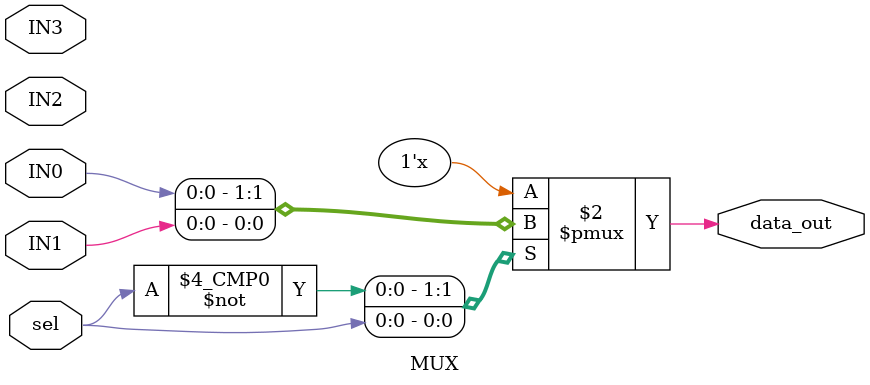
<source format=v>
module MUX #(
    parameter WIDTH = 1, // Width of the Mux,
    parameter NUM_INPUTS = 2  // Default Number of Inputs
    )(
    input  [WIDTH-1:0] IN0,
    input  [WIDTH-1:0] IN1,
    input  [WIDTH-1:0] IN2,
    input  [WIDTH-1:0] IN3,
    input  [$clog2(NUM_INPUTS)-1:0] sel,
    output reg [WIDTH-1:0] data_out
);
    always @(*) begin
        case (sel)
            2'b00: data_out = IN0;
            2'b01: data_out = IN1;
            2'b10: data_out = IN2;
            2'b11: data_out = IN3;
            default: data_out = {WIDTH{1'b0}}; // Default case
        endcase
    end

endmodule
</source>
